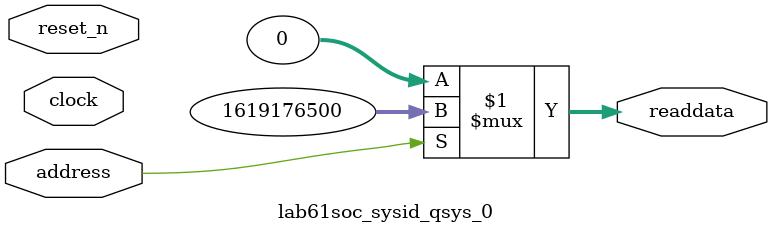
<source format=v>



// synthesis translate_off
`timescale 1ns / 1ps
// synthesis translate_on

// turn off superfluous verilog processor warnings 
// altera message_level Level1 
// altera message_off 10034 10035 10036 10037 10230 10240 10030 

module lab61soc_sysid_qsys_0 (
               // inputs:
                address,
                clock,
                reset_n,

               // outputs:
                readdata
             )
;

  output  [ 31: 0] readdata;
  input            address;
  input            clock;
  input            reset_n;

  wire    [ 31: 0] readdata;
  //control_slave, which is an e_avalon_slave
  assign readdata = address ? 1619176500 : 0;

endmodule



</source>
